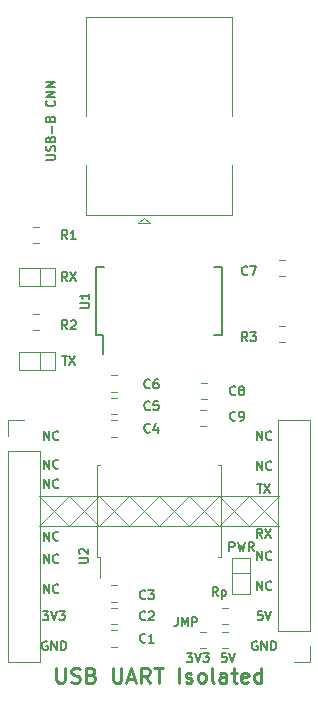
<source format=gbr>
G04 #@! TF.GenerationSoftware,KiCad,Pcbnew,(5.1.2)-2*
G04 #@! TF.CreationDate,2019-10-15T13:17:40+02:00*
G04 #@! TF.ProjectId,USB_UART_Iolated,5553425f-5541-4525-945f-496f6c617465,rev?*
G04 #@! TF.SameCoordinates,Original*
G04 #@! TF.FileFunction,Legend,Top*
G04 #@! TF.FilePolarity,Positive*
%FSLAX46Y46*%
G04 Gerber Fmt 4.6, Leading zero omitted, Abs format (unit mm)*
G04 Created by KiCad (PCBNEW (5.1.2)-2) date 2019-10-15 13:17:40*
%MOMM*%
%LPD*%
G04 APERTURE LIST*
%ADD10C,0.150000*%
%ADD11C,0.254000*%
%ADD12C,0.120000*%
%ADD13C,0.080000*%
%ADD14C,0.152400*%
G04 APERTURE END LIST*
D10*
X145396857Y-123788714D02*
X145034000Y-123788714D01*
X144997714Y-124151571D01*
X145034000Y-124115285D01*
X145106571Y-124079000D01*
X145288000Y-124079000D01*
X145360571Y-124115285D01*
X145396857Y-124151571D01*
X145433142Y-124224142D01*
X145433142Y-124405571D01*
X145396857Y-124478142D01*
X145360571Y-124514428D01*
X145288000Y-124550714D01*
X145106571Y-124550714D01*
X145034000Y-124514428D01*
X144997714Y-124478142D01*
X145650857Y-123788714D02*
X145904857Y-124550714D01*
X146158857Y-123788714D01*
X142058571Y-123788714D02*
X142530285Y-123788714D01*
X142276285Y-124079000D01*
X142385142Y-124079000D01*
X142457714Y-124115285D01*
X142494000Y-124151571D01*
X142530285Y-124224142D01*
X142530285Y-124405571D01*
X142494000Y-124478142D01*
X142457714Y-124514428D01*
X142385142Y-124550714D01*
X142167428Y-124550714D01*
X142094857Y-124514428D01*
X142058571Y-124478142D01*
X142748000Y-123788714D02*
X143002000Y-124550714D01*
X143256000Y-123788714D01*
X143437428Y-123788714D02*
X143909142Y-123788714D01*
X143655142Y-124079000D01*
X143764000Y-124079000D01*
X143836571Y-124115285D01*
X143872857Y-124151571D01*
X143909142Y-124224142D01*
X143909142Y-124405571D01*
X143872857Y-124478142D01*
X143836571Y-124514428D01*
X143764000Y-124550714D01*
X143546285Y-124550714D01*
X143473714Y-124514428D01*
X143437428Y-124478142D01*
X148009428Y-109437714D02*
X148444857Y-109437714D01*
X148227142Y-110199714D02*
X148227142Y-109437714D01*
X148626285Y-109437714D02*
X149134285Y-110199714D01*
X149134285Y-109437714D02*
X148626285Y-110199714D01*
X148463000Y-114009714D02*
X148209000Y-113646857D01*
X148027571Y-114009714D02*
X148027571Y-113247714D01*
X148317857Y-113247714D01*
X148390428Y-113284000D01*
X148426714Y-113320285D01*
X148463000Y-113392857D01*
X148463000Y-113501714D01*
X148426714Y-113574285D01*
X148390428Y-113610571D01*
X148317857Y-113646857D01*
X148027571Y-113646857D01*
X148717000Y-113247714D02*
X149225000Y-114009714D01*
X149225000Y-113247714D02*
X148717000Y-114009714D01*
X147991285Y-105754714D02*
X147991285Y-104992714D01*
X148426714Y-105754714D01*
X148426714Y-104992714D01*
X149225000Y-105682142D02*
X149188714Y-105718428D01*
X149079857Y-105754714D01*
X149007285Y-105754714D01*
X148898428Y-105718428D01*
X148825857Y-105645857D01*
X148789571Y-105573285D01*
X148753285Y-105428142D01*
X148753285Y-105319285D01*
X148789571Y-105174142D01*
X148825857Y-105101571D01*
X148898428Y-105029000D01*
X149007285Y-104992714D01*
X149079857Y-104992714D01*
X149188714Y-105029000D01*
X149225000Y-105065285D01*
X147991285Y-108294714D02*
X147991285Y-107532714D01*
X148426714Y-108294714D01*
X148426714Y-107532714D01*
X149225000Y-108222142D02*
X149188714Y-108258428D01*
X149079857Y-108294714D01*
X149007285Y-108294714D01*
X148898428Y-108258428D01*
X148825857Y-108185857D01*
X148789571Y-108113285D01*
X148753285Y-107968142D01*
X148753285Y-107859285D01*
X148789571Y-107714142D01*
X148825857Y-107641571D01*
X148898428Y-107569000D01*
X149007285Y-107532714D01*
X149079857Y-107532714D01*
X149188714Y-107569000D01*
X149225000Y-107605285D01*
X147991285Y-115914714D02*
X147991285Y-115152714D01*
X148426714Y-115914714D01*
X148426714Y-115152714D01*
X149225000Y-115842142D02*
X149188714Y-115878428D01*
X149079857Y-115914714D01*
X149007285Y-115914714D01*
X148898428Y-115878428D01*
X148825857Y-115805857D01*
X148789571Y-115733285D01*
X148753285Y-115588142D01*
X148753285Y-115479285D01*
X148789571Y-115334142D01*
X148825857Y-115261571D01*
X148898428Y-115189000D01*
X149007285Y-115152714D01*
X149079857Y-115152714D01*
X149188714Y-115189000D01*
X149225000Y-115225285D01*
X147991285Y-118454714D02*
X147991285Y-117692714D01*
X148426714Y-118454714D01*
X148426714Y-117692714D01*
X149225000Y-118382142D02*
X149188714Y-118418428D01*
X149079857Y-118454714D01*
X149007285Y-118454714D01*
X148898428Y-118418428D01*
X148825857Y-118345857D01*
X148789571Y-118273285D01*
X148753285Y-118128142D01*
X148753285Y-118019285D01*
X148789571Y-117874142D01*
X148825857Y-117801571D01*
X148898428Y-117729000D01*
X149007285Y-117692714D01*
X149079857Y-117692714D01*
X149188714Y-117729000D01*
X149225000Y-117765285D01*
X129957285Y-105754714D02*
X129957285Y-104992714D01*
X130392714Y-105754714D01*
X130392714Y-104992714D01*
X131191000Y-105682142D02*
X131154714Y-105718428D01*
X131045857Y-105754714D01*
X130973285Y-105754714D01*
X130864428Y-105718428D01*
X130791857Y-105645857D01*
X130755571Y-105573285D01*
X130719285Y-105428142D01*
X130719285Y-105319285D01*
X130755571Y-105174142D01*
X130791857Y-105101571D01*
X130864428Y-105029000D01*
X130973285Y-104992714D01*
X131045857Y-104992714D01*
X131154714Y-105029000D01*
X131191000Y-105065285D01*
X129957285Y-108167714D02*
X129957285Y-107405714D01*
X130392714Y-108167714D01*
X130392714Y-107405714D01*
X131191000Y-108095142D02*
X131154714Y-108131428D01*
X131045857Y-108167714D01*
X130973285Y-108167714D01*
X130864428Y-108131428D01*
X130791857Y-108058857D01*
X130755571Y-107986285D01*
X130719285Y-107841142D01*
X130719285Y-107732285D01*
X130755571Y-107587142D01*
X130791857Y-107514571D01*
X130864428Y-107442000D01*
X130973285Y-107405714D01*
X131045857Y-107405714D01*
X131154714Y-107442000D01*
X131191000Y-107478285D01*
X129957285Y-109818714D02*
X129957285Y-109056714D01*
X130392714Y-109818714D01*
X130392714Y-109056714D01*
X131191000Y-109746142D02*
X131154714Y-109782428D01*
X131045857Y-109818714D01*
X130973285Y-109818714D01*
X130864428Y-109782428D01*
X130791857Y-109709857D01*
X130755571Y-109637285D01*
X130719285Y-109492142D01*
X130719285Y-109383285D01*
X130755571Y-109238142D01*
X130791857Y-109165571D01*
X130864428Y-109093000D01*
X130973285Y-109056714D01*
X131045857Y-109056714D01*
X131154714Y-109093000D01*
X131191000Y-109129285D01*
X129957285Y-114263714D02*
X129957285Y-113501714D01*
X130392714Y-114263714D01*
X130392714Y-113501714D01*
X131191000Y-114191142D02*
X131154714Y-114227428D01*
X131045857Y-114263714D01*
X130973285Y-114263714D01*
X130864428Y-114227428D01*
X130791857Y-114154857D01*
X130755571Y-114082285D01*
X130719285Y-113937142D01*
X130719285Y-113828285D01*
X130755571Y-113683142D01*
X130791857Y-113610571D01*
X130864428Y-113538000D01*
X130973285Y-113501714D01*
X131045857Y-113501714D01*
X131154714Y-113538000D01*
X131191000Y-113574285D01*
X129957285Y-116168714D02*
X129957285Y-115406714D01*
X130392714Y-116168714D01*
X130392714Y-115406714D01*
X131191000Y-116096142D02*
X131154714Y-116132428D01*
X131045857Y-116168714D01*
X130973285Y-116168714D01*
X130864428Y-116132428D01*
X130791857Y-116059857D01*
X130755571Y-115987285D01*
X130719285Y-115842142D01*
X130719285Y-115733285D01*
X130755571Y-115588142D01*
X130791857Y-115515571D01*
X130864428Y-115443000D01*
X130973285Y-115406714D01*
X131045857Y-115406714D01*
X131154714Y-115443000D01*
X131191000Y-115479285D01*
X129957285Y-118708714D02*
X129957285Y-117946714D01*
X130392714Y-118708714D01*
X130392714Y-117946714D01*
X131191000Y-118636142D02*
X131154714Y-118672428D01*
X131045857Y-118708714D01*
X130973285Y-118708714D01*
X130864428Y-118672428D01*
X130791857Y-118599857D01*
X130755571Y-118527285D01*
X130719285Y-118382142D01*
X130719285Y-118273285D01*
X130755571Y-118128142D01*
X130791857Y-118055571D01*
X130864428Y-117983000D01*
X130973285Y-117946714D01*
X131045857Y-117946714D01*
X131154714Y-117983000D01*
X131191000Y-118019285D01*
D11*
X131021666Y-125034523D02*
X131021666Y-126062619D01*
X131082142Y-126183571D01*
X131142619Y-126244047D01*
X131263571Y-126304523D01*
X131505476Y-126304523D01*
X131626428Y-126244047D01*
X131686904Y-126183571D01*
X131747380Y-126062619D01*
X131747380Y-125034523D01*
X132291666Y-126244047D02*
X132473095Y-126304523D01*
X132775476Y-126304523D01*
X132896428Y-126244047D01*
X132956904Y-126183571D01*
X133017380Y-126062619D01*
X133017380Y-125941666D01*
X132956904Y-125820714D01*
X132896428Y-125760238D01*
X132775476Y-125699761D01*
X132533571Y-125639285D01*
X132412619Y-125578809D01*
X132352142Y-125518333D01*
X132291666Y-125397380D01*
X132291666Y-125276428D01*
X132352142Y-125155476D01*
X132412619Y-125095000D01*
X132533571Y-125034523D01*
X132835952Y-125034523D01*
X133017380Y-125095000D01*
X133985000Y-125639285D02*
X134166428Y-125699761D01*
X134226904Y-125760238D01*
X134287380Y-125881190D01*
X134287380Y-126062619D01*
X134226904Y-126183571D01*
X134166428Y-126244047D01*
X134045476Y-126304523D01*
X133561666Y-126304523D01*
X133561666Y-125034523D01*
X133985000Y-125034523D01*
X134105952Y-125095000D01*
X134166428Y-125155476D01*
X134226904Y-125276428D01*
X134226904Y-125397380D01*
X134166428Y-125518333D01*
X134105952Y-125578809D01*
X133985000Y-125639285D01*
X133561666Y-125639285D01*
X135799285Y-125034523D02*
X135799285Y-126062619D01*
X135859761Y-126183571D01*
X135920238Y-126244047D01*
X136041190Y-126304523D01*
X136283095Y-126304523D01*
X136404047Y-126244047D01*
X136464523Y-126183571D01*
X136525000Y-126062619D01*
X136525000Y-125034523D01*
X137069285Y-125941666D02*
X137674047Y-125941666D01*
X136948333Y-126304523D02*
X137371666Y-125034523D01*
X137795000Y-126304523D01*
X138944047Y-126304523D02*
X138520714Y-125699761D01*
X138218333Y-126304523D02*
X138218333Y-125034523D01*
X138702142Y-125034523D01*
X138823095Y-125095000D01*
X138883571Y-125155476D01*
X138944047Y-125276428D01*
X138944047Y-125457857D01*
X138883571Y-125578809D01*
X138823095Y-125639285D01*
X138702142Y-125699761D01*
X138218333Y-125699761D01*
X139306904Y-125034523D02*
X140032619Y-125034523D01*
X139669761Y-126304523D02*
X139669761Y-125034523D01*
X141423571Y-126304523D02*
X141423571Y-125034523D01*
X141967857Y-126244047D02*
X142088809Y-126304523D01*
X142330714Y-126304523D01*
X142451666Y-126244047D01*
X142512142Y-126123095D01*
X142512142Y-126062619D01*
X142451666Y-125941666D01*
X142330714Y-125881190D01*
X142149285Y-125881190D01*
X142028333Y-125820714D01*
X141967857Y-125699761D01*
X141967857Y-125639285D01*
X142028333Y-125518333D01*
X142149285Y-125457857D01*
X142330714Y-125457857D01*
X142451666Y-125518333D01*
X143237857Y-126304523D02*
X143116904Y-126244047D01*
X143056428Y-126183571D01*
X142995952Y-126062619D01*
X142995952Y-125699761D01*
X143056428Y-125578809D01*
X143116904Y-125518333D01*
X143237857Y-125457857D01*
X143419285Y-125457857D01*
X143540238Y-125518333D01*
X143600714Y-125578809D01*
X143661190Y-125699761D01*
X143661190Y-126062619D01*
X143600714Y-126183571D01*
X143540238Y-126244047D01*
X143419285Y-126304523D01*
X143237857Y-126304523D01*
X144386904Y-126304523D02*
X144265952Y-126244047D01*
X144205476Y-126123095D01*
X144205476Y-125034523D01*
X145415000Y-126304523D02*
X145415000Y-125639285D01*
X145354523Y-125518333D01*
X145233571Y-125457857D01*
X144991666Y-125457857D01*
X144870714Y-125518333D01*
X145415000Y-126244047D02*
X145294047Y-126304523D01*
X144991666Y-126304523D01*
X144870714Y-126244047D01*
X144810238Y-126123095D01*
X144810238Y-126002142D01*
X144870714Y-125881190D01*
X144991666Y-125820714D01*
X145294047Y-125820714D01*
X145415000Y-125760238D01*
X145838333Y-125457857D02*
X146322142Y-125457857D01*
X146019761Y-125034523D02*
X146019761Y-126123095D01*
X146080238Y-126244047D01*
X146201190Y-126304523D01*
X146322142Y-126304523D01*
X147229285Y-126244047D02*
X147108333Y-126304523D01*
X146866428Y-126304523D01*
X146745476Y-126244047D01*
X146685000Y-126123095D01*
X146685000Y-125639285D01*
X146745476Y-125518333D01*
X146866428Y-125457857D01*
X147108333Y-125457857D01*
X147229285Y-125518333D01*
X147289761Y-125639285D01*
X147289761Y-125760238D01*
X146685000Y-125881190D01*
X148378333Y-126304523D02*
X148378333Y-125034523D01*
X148378333Y-126244047D02*
X148257380Y-126304523D01*
X148015476Y-126304523D01*
X147894523Y-126244047D01*
X147834047Y-126183571D01*
X147773571Y-126062619D01*
X147773571Y-125699761D01*
X147834047Y-125578809D01*
X147894523Y-125518333D01*
X148015476Y-125457857D01*
X148257380Y-125457857D01*
X148378333Y-125518333D01*
D10*
X148009428Y-122809000D02*
X147936857Y-122772714D01*
X147828000Y-122772714D01*
X147719142Y-122809000D01*
X147646571Y-122881571D01*
X147610285Y-122954142D01*
X147574000Y-123099285D01*
X147574000Y-123208142D01*
X147610285Y-123353285D01*
X147646571Y-123425857D01*
X147719142Y-123498428D01*
X147828000Y-123534714D01*
X147900571Y-123534714D01*
X148009428Y-123498428D01*
X148045714Y-123462142D01*
X148045714Y-123208142D01*
X147900571Y-123208142D01*
X148372285Y-123534714D02*
X148372285Y-122772714D01*
X148807714Y-123534714D01*
X148807714Y-122772714D01*
X149170571Y-123534714D02*
X149170571Y-122772714D01*
X149352000Y-122772714D01*
X149460857Y-122809000D01*
X149533428Y-122881571D01*
X149569714Y-122954142D01*
X149606000Y-123099285D01*
X149606000Y-123208142D01*
X149569714Y-123353285D01*
X149533428Y-123425857D01*
X149460857Y-123498428D01*
X149352000Y-123534714D01*
X149170571Y-123534714D01*
X130229428Y-122809000D02*
X130156857Y-122772714D01*
X130048000Y-122772714D01*
X129939142Y-122809000D01*
X129866571Y-122881571D01*
X129830285Y-122954142D01*
X129794000Y-123099285D01*
X129794000Y-123208142D01*
X129830285Y-123353285D01*
X129866571Y-123425857D01*
X129939142Y-123498428D01*
X130048000Y-123534714D01*
X130120571Y-123534714D01*
X130229428Y-123498428D01*
X130265714Y-123462142D01*
X130265714Y-123208142D01*
X130120571Y-123208142D01*
X130592285Y-123534714D02*
X130592285Y-122772714D01*
X131027714Y-123534714D01*
X131027714Y-122772714D01*
X131390571Y-123534714D02*
X131390571Y-122772714D01*
X131572000Y-122772714D01*
X131680857Y-122809000D01*
X131753428Y-122881571D01*
X131789714Y-122954142D01*
X131826000Y-123099285D01*
X131826000Y-123208142D01*
X131789714Y-123353285D01*
X131753428Y-123425857D01*
X131680857Y-123498428D01*
X131572000Y-123534714D01*
X131390571Y-123534714D01*
X148444857Y-120232714D02*
X148082000Y-120232714D01*
X148045714Y-120595571D01*
X148082000Y-120559285D01*
X148154571Y-120523000D01*
X148336000Y-120523000D01*
X148408571Y-120559285D01*
X148444857Y-120595571D01*
X148481142Y-120668142D01*
X148481142Y-120849571D01*
X148444857Y-120922142D01*
X148408571Y-120958428D01*
X148336000Y-120994714D01*
X148154571Y-120994714D01*
X148082000Y-120958428D01*
X148045714Y-120922142D01*
X148698857Y-120232714D02*
X148952857Y-120994714D01*
X149206857Y-120232714D01*
X129866571Y-120232714D02*
X130338285Y-120232714D01*
X130084285Y-120523000D01*
X130193142Y-120523000D01*
X130265714Y-120559285D01*
X130302000Y-120595571D01*
X130338285Y-120668142D01*
X130338285Y-120849571D01*
X130302000Y-120922142D01*
X130265714Y-120958428D01*
X130193142Y-120994714D01*
X129975428Y-120994714D01*
X129902857Y-120958428D01*
X129866571Y-120922142D01*
X130556000Y-120232714D02*
X130810000Y-120994714D01*
X131064000Y-120232714D01*
X131245428Y-120232714D02*
X131717142Y-120232714D01*
X131463142Y-120523000D01*
X131572000Y-120523000D01*
X131644571Y-120559285D01*
X131680857Y-120595571D01*
X131717142Y-120668142D01*
X131717142Y-120849571D01*
X131680857Y-120922142D01*
X131644571Y-120958428D01*
X131572000Y-120994714D01*
X131354285Y-120994714D01*
X131281714Y-120958428D01*
X131245428Y-120922142D01*
D12*
X147320000Y-113030000D02*
X149860000Y-110490000D01*
X144780000Y-110490000D02*
X147320000Y-113030000D01*
X142240000Y-113030000D02*
X144780000Y-110490000D01*
X139700000Y-110490000D02*
X142240000Y-113030000D01*
X137160000Y-113030000D02*
X139700000Y-110490000D01*
X134620000Y-110490000D02*
X137160000Y-113030000D01*
X132080000Y-113030000D02*
X134620000Y-110490000D01*
X129540000Y-110490000D02*
X132080000Y-113030000D01*
X147320000Y-110490000D02*
X149860000Y-113030000D01*
X144780000Y-113030000D02*
X147320000Y-110490000D01*
X142240000Y-110490000D02*
X144780000Y-113030000D01*
X139700000Y-113030000D02*
X142240000Y-110490000D01*
X137160000Y-110490000D02*
X139700000Y-113030000D01*
X134620000Y-113030000D02*
X137160000Y-110490000D01*
X132080000Y-110490000D02*
X134620000Y-113030000D01*
X129540000Y-113030000D02*
X132080000Y-110490000D01*
X129540000Y-113030000D02*
X149860000Y-113030000D01*
X129540000Y-110490000D02*
X149860000Y-110490000D01*
X134695000Y-115620000D02*
X134695000Y-117435000D01*
X134440000Y-115620000D02*
X134695000Y-115620000D01*
X134440000Y-111760000D02*
X134440000Y-115620000D01*
X134440000Y-107900000D02*
X134695000Y-107900000D01*
X134440000Y-111760000D02*
X134440000Y-107900000D01*
X144960000Y-115620000D02*
X144705000Y-115620000D01*
X144960000Y-111760000D02*
X144960000Y-115620000D01*
X144960000Y-111760000D02*
X144960000Y-107900000D01*
X144960000Y-107900000D02*
X144705000Y-107900000D01*
X135631422Y-123265000D02*
X136148578Y-123265000D01*
X135631422Y-121845000D02*
X136148578Y-121845000D01*
X135631422Y-119940000D02*
X136148578Y-119940000D01*
X135631422Y-121360000D02*
X136148578Y-121360000D01*
X135631422Y-119455000D02*
X136148578Y-119455000D01*
X135631422Y-118035000D02*
X136148578Y-118035000D01*
X135631422Y-104065000D02*
X136148578Y-104065000D01*
X135631422Y-105485000D02*
X136148578Y-105485000D01*
X135631422Y-103580000D02*
X136148578Y-103580000D01*
X135631422Y-102160000D02*
X136148578Y-102160000D01*
X135631422Y-100255000D02*
X136148578Y-100255000D01*
X135631422Y-101675000D02*
X136148578Y-101675000D01*
X149855422Y-90476000D02*
X150372578Y-90476000D01*
X149855422Y-91896000D02*
X150372578Y-91896000D01*
X143251422Y-102310000D02*
X143768578Y-102310000D01*
X143251422Y-100890000D02*
X143768578Y-100890000D01*
X143202922Y-103176000D02*
X143720078Y-103176000D01*
X143202922Y-104596000D02*
X143720078Y-104596000D01*
X126940000Y-124520000D02*
X129600000Y-124520000D01*
X126940000Y-106680000D02*
X126940000Y-124520000D01*
X129600000Y-106680000D02*
X129600000Y-124520000D01*
X126940000Y-106680000D02*
X129600000Y-106680000D01*
X126940000Y-105410000D02*
X126940000Y-104080000D01*
X126940000Y-104080000D02*
X128270000Y-104080000D01*
X152460000Y-124520000D02*
X151130000Y-124520000D01*
X152460000Y-123190000D02*
X152460000Y-124520000D01*
X152460000Y-121920000D02*
X149800000Y-121920000D01*
X149800000Y-121920000D02*
X149800000Y-104080000D01*
X152460000Y-121920000D02*
X152460000Y-104080000D01*
X152460000Y-104080000D02*
X149800000Y-104080000D01*
X138430000Y-86910000D02*
X137930000Y-87410000D01*
X133520000Y-78330000D02*
X133520000Y-69970000D01*
X145840000Y-69970000D02*
X145840000Y-78330000D01*
X145840000Y-86690000D02*
X145840000Y-82430000D01*
X133520000Y-69970000D02*
X145840000Y-69970000D01*
X137930000Y-87410000D02*
X138930000Y-87410000D01*
X133520000Y-82430000D02*
X133520000Y-86690000D01*
X138930000Y-87410000D02*
X138430000Y-86910000D01*
X133520000Y-86690000D02*
X145840000Y-86690000D01*
X145546578Y-121972000D02*
X145029422Y-121972000D01*
X145546578Y-123392000D02*
X145029422Y-123392000D01*
X143679678Y-121972000D02*
X143162522Y-121972000D01*
X143679678Y-123392000D02*
X143162522Y-123392000D01*
X129544578Y-87682000D02*
X129027422Y-87682000D01*
X129544578Y-89102000D02*
X129027422Y-89102000D01*
X129544578Y-96468000D02*
X129027422Y-96468000D01*
X129544578Y-95048000D02*
X129027422Y-95048000D01*
X149855422Y-96064000D02*
X150372578Y-96064000D01*
X149855422Y-97484000D02*
X150372578Y-97484000D01*
D13*
X129667000Y-91186000D02*
X129667000Y-92710000D01*
X127889000Y-92710000D02*
X127889000Y-91186000D01*
X130873500Y-92710000D02*
X127889000Y-92710000D01*
X130873500Y-91186000D02*
X130873500Y-92710000D01*
X127889000Y-91186000D02*
X130873500Y-91186000D01*
X127889000Y-98298000D02*
X130873500Y-98298000D01*
X130873500Y-98298000D02*
X130873500Y-99822000D01*
X130873500Y-99822000D02*
X127889000Y-99822000D01*
X127889000Y-99822000D02*
X127889000Y-98298000D01*
X129667000Y-98298000D02*
X129667000Y-99822000D01*
D10*
X134375000Y-96855000D02*
X134950000Y-96855000D01*
X134375000Y-91105000D02*
X135025000Y-91105000D01*
X145025000Y-91105000D02*
X144375000Y-91105000D01*
X145025000Y-96855000D02*
X144375000Y-96855000D01*
X134375000Y-96855000D02*
X134375000Y-91105000D01*
X145025000Y-96855000D02*
X145025000Y-91105000D01*
X134950000Y-96855000D02*
X134950000Y-98455000D01*
D13*
X145923000Y-118745000D02*
X145923000Y-115760500D01*
X145923000Y-115760500D02*
X147447000Y-115760500D01*
X147447000Y-115760500D02*
X147447000Y-118745000D01*
X147447000Y-118745000D02*
X145923000Y-118745000D01*
X145923000Y-116967000D02*
X147447000Y-116967000D01*
D12*
X145029422Y-119940000D02*
X145546578Y-119940000D01*
X145029422Y-121360000D02*
X145546578Y-121360000D01*
D10*
X132932714Y-116150571D02*
X133549571Y-116150571D01*
X133622142Y-116114285D01*
X133658428Y-116078000D01*
X133694714Y-116005428D01*
X133694714Y-115860285D01*
X133658428Y-115787714D01*
X133622142Y-115751428D01*
X133549571Y-115715142D01*
X132932714Y-115715142D01*
X133005285Y-115388571D02*
X132969000Y-115352285D01*
X132932714Y-115279714D01*
X132932714Y-115098285D01*
X132969000Y-115025714D01*
X133005285Y-114989428D01*
X133077857Y-114953142D01*
X133150428Y-114953142D01*
X133259285Y-114989428D01*
X133694714Y-115424857D01*
X133694714Y-114953142D01*
X138557000Y-122827142D02*
X138520714Y-122863428D01*
X138411857Y-122899714D01*
X138339285Y-122899714D01*
X138230428Y-122863428D01*
X138157857Y-122790857D01*
X138121571Y-122718285D01*
X138085285Y-122573142D01*
X138085285Y-122464285D01*
X138121571Y-122319142D01*
X138157857Y-122246571D01*
X138230428Y-122174000D01*
X138339285Y-122137714D01*
X138411857Y-122137714D01*
X138520714Y-122174000D01*
X138557000Y-122210285D01*
X139282714Y-122899714D02*
X138847285Y-122899714D01*
X139065000Y-122899714D02*
X139065000Y-122137714D01*
X138992428Y-122246571D01*
X138919857Y-122319142D01*
X138847285Y-122355428D01*
X138557000Y-120922142D02*
X138520714Y-120958428D01*
X138411857Y-120994714D01*
X138339285Y-120994714D01*
X138230428Y-120958428D01*
X138157857Y-120885857D01*
X138121571Y-120813285D01*
X138085285Y-120668142D01*
X138085285Y-120559285D01*
X138121571Y-120414142D01*
X138157857Y-120341571D01*
X138230428Y-120269000D01*
X138339285Y-120232714D01*
X138411857Y-120232714D01*
X138520714Y-120269000D01*
X138557000Y-120305285D01*
X138847285Y-120305285D02*
X138883571Y-120269000D01*
X138956142Y-120232714D01*
X139137571Y-120232714D01*
X139210142Y-120269000D01*
X139246428Y-120305285D01*
X139282714Y-120377857D01*
X139282714Y-120450428D01*
X139246428Y-120559285D01*
X138811000Y-120994714D01*
X139282714Y-120994714D01*
X138557000Y-119144142D02*
X138520714Y-119180428D01*
X138411857Y-119216714D01*
X138339285Y-119216714D01*
X138230428Y-119180428D01*
X138157857Y-119107857D01*
X138121571Y-119035285D01*
X138085285Y-118890142D01*
X138085285Y-118781285D01*
X138121571Y-118636142D01*
X138157857Y-118563571D01*
X138230428Y-118491000D01*
X138339285Y-118454714D01*
X138411857Y-118454714D01*
X138520714Y-118491000D01*
X138557000Y-118527285D01*
X138811000Y-118454714D02*
X139282714Y-118454714D01*
X139028714Y-118745000D01*
X139137571Y-118745000D01*
X139210142Y-118781285D01*
X139246428Y-118817571D01*
X139282714Y-118890142D01*
X139282714Y-119071571D01*
X139246428Y-119144142D01*
X139210142Y-119180428D01*
X139137571Y-119216714D01*
X138919857Y-119216714D01*
X138847285Y-119180428D01*
X138811000Y-119144142D01*
X138938000Y-105047142D02*
X138901714Y-105083428D01*
X138792857Y-105119714D01*
X138720285Y-105119714D01*
X138611428Y-105083428D01*
X138538857Y-105010857D01*
X138502571Y-104938285D01*
X138466285Y-104793142D01*
X138466285Y-104684285D01*
X138502571Y-104539142D01*
X138538857Y-104466571D01*
X138611428Y-104394000D01*
X138720285Y-104357714D01*
X138792857Y-104357714D01*
X138901714Y-104394000D01*
X138938000Y-104430285D01*
X139591142Y-104611714D02*
X139591142Y-105119714D01*
X139409714Y-104321428D02*
X139228285Y-104865714D01*
X139700000Y-104865714D01*
X138938000Y-103142142D02*
X138901714Y-103178428D01*
X138792857Y-103214714D01*
X138720285Y-103214714D01*
X138611428Y-103178428D01*
X138538857Y-103105857D01*
X138502571Y-103033285D01*
X138466285Y-102888142D01*
X138466285Y-102779285D01*
X138502571Y-102634142D01*
X138538857Y-102561571D01*
X138611428Y-102489000D01*
X138720285Y-102452714D01*
X138792857Y-102452714D01*
X138901714Y-102489000D01*
X138938000Y-102525285D01*
X139627428Y-102452714D02*
X139264571Y-102452714D01*
X139228285Y-102815571D01*
X139264571Y-102779285D01*
X139337142Y-102743000D01*
X139518571Y-102743000D01*
X139591142Y-102779285D01*
X139627428Y-102815571D01*
X139663714Y-102888142D01*
X139663714Y-103069571D01*
X139627428Y-103142142D01*
X139591142Y-103178428D01*
X139518571Y-103214714D01*
X139337142Y-103214714D01*
X139264571Y-103178428D01*
X139228285Y-103142142D01*
X138938000Y-101312141D02*
X138901714Y-101348427D01*
X138792857Y-101384713D01*
X138720285Y-101384713D01*
X138611428Y-101348427D01*
X138538857Y-101275856D01*
X138502571Y-101203284D01*
X138466285Y-101058141D01*
X138466285Y-100949284D01*
X138502571Y-100804141D01*
X138538857Y-100731570D01*
X138611428Y-100658999D01*
X138720285Y-100622713D01*
X138792857Y-100622713D01*
X138901714Y-100658999D01*
X138938000Y-100695284D01*
X139591142Y-100622713D02*
X139446000Y-100622713D01*
X139373428Y-100658999D01*
X139337142Y-100695284D01*
X139264571Y-100804141D01*
X139228285Y-100949284D01*
X139228285Y-101239570D01*
X139264571Y-101312141D01*
X139300857Y-101348427D01*
X139373428Y-101384713D01*
X139518571Y-101384713D01*
X139591142Y-101348427D01*
X139627428Y-101312141D01*
X139663714Y-101239570D01*
X139663714Y-101058141D01*
X139627428Y-100985570D01*
X139591142Y-100949284D01*
X139518571Y-100912999D01*
X139373428Y-100912999D01*
X139300857Y-100949284D01*
X139264571Y-100985570D01*
X139228285Y-101058141D01*
X147193000Y-91712142D02*
X147156714Y-91748428D01*
X147047857Y-91784714D01*
X146975285Y-91784714D01*
X146866428Y-91748428D01*
X146793857Y-91675857D01*
X146757571Y-91603285D01*
X146721285Y-91458142D01*
X146721285Y-91349285D01*
X146757571Y-91204142D01*
X146793857Y-91131571D01*
X146866428Y-91059000D01*
X146975285Y-91022714D01*
X147047857Y-91022714D01*
X147156714Y-91059000D01*
X147193000Y-91095285D01*
X147447000Y-91022714D02*
X147955000Y-91022714D01*
X147628428Y-91784714D01*
X146177000Y-101872142D02*
X146140714Y-101908428D01*
X146031857Y-101944714D01*
X145959285Y-101944714D01*
X145850428Y-101908428D01*
X145777857Y-101835857D01*
X145741571Y-101763285D01*
X145705285Y-101618142D01*
X145705285Y-101509285D01*
X145741571Y-101364142D01*
X145777857Y-101291571D01*
X145850428Y-101219000D01*
X145959285Y-101182714D01*
X146031857Y-101182714D01*
X146140714Y-101219000D01*
X146177000Y-101255285D01*
X146612428Y-101509285D02*
X146539857Y-101473000D01*
X146503571Y-101436714D01*
X146467285Y-101364142D01*
X146467285Y-101327857D01*
X146503571Y-101255285D01*
X146539857Y-101219000D01*
X146612428Y-101182714D01*
X146757571Y-101182714D01*
X146830142Y-101219000D01*
X146866428Y-101255285D01*
X146902714Y-101327857D01*
X146902714Y-101364142D01*
X146866428Y-101436714D01*
X146830142Y-101473000D01*
X146757571Y-101509285D01*
X146612428Y-101509285D01*
X146539857Y-101545571D01*
X146503571Y-101581857D01*
X146467285Y-101654428D01*
X146467285Y-101799571D01*
X146503571Y-101872142D01*
X146539857Y-101908428D01*
X146612428Y-101944714D01*
X146757571Y-101944714D01*
X146830142Y-101908428D01*
X146866428Y-101872142D01*
X146902714Y-101799571D01*
X146902714Y-101654428D01*
X146866428Y-101581857D01*
X146830142Y-101545571D01*
X146757571Y-101509285D01*
X146177000Y-104031142D02*
X146140714Y-104067428D01*
X146031857Y-104103714D01*
X145959285Y-104103714D01*
X145850428Y-104067428D01*
X145777857Y-103994857D01*
X145741571Y-103922285D01*
X145705285Y-103777142D01*
X145705285Y-103668285D01*
X145741571Y-103523142D01*
X145777857Y-103450571D01*
X145850428Y-103378000D01*
X145959285Y-103341714D01*
X146031857Y-103341714D01*
X146140714Y-103378000D01*
X146177000Y-103414285D01*
X146539857Y-104103714D02*
X146685000Y-104103714D01*
X146757571Y-104067428D01*
X146793857Y-104031142D01*
X146866428Y-103922285D01*
X146902714Y-103777142D01*
X146902714Y-103486857D01*
X146866428Y-103414285D01*
X146830142Y-103378000D01*
X146757571Y-103341714D01*
X146612428Y-103341714D01*
X146539857Y-103378000D01*
X146503571Y-103414285D01*
X146467285Y-103486857D01*
X146467285Y-103668285D01*
X146503571Y-103740857D01*
X146539857Y-103777142D01*
X146612428Y-103813428D01*
X146757571Y-103813428D01*
X146830142Y-103777142D01*
X146866428Y-103740857D01*
X146902714Y-103668285D01*
X130138714Y-82023857D02*
X130755571Y-82023857D01*
X130828142Y-81987571D01*
X130864428Y-81951285D01*
X130900714Y-81878714D01*
X130900714Y-81733571D01*
X130864428Y-81661000D01*
X130828142Y-81624714D01*
X130755571Y-81588428D01*
X130138714Y-81588428D01*
X130864428Y-81261857D02*
X130900714Y-81153000D01*
X130900714Y-80971571D01*
X130864428Y-80899000D01*
X130828142Y-80862714D01*
X130755571Y-80826428D01*
X130683000Y-80826428D01*
X130610428Y-80862714D01*
X130574142Y-80899000D01*
X130537857Y-80971571D01*
X130501571Y-81116714D01*
X130465285Y-81189285D01*
X130429000Y-81225571D01*
X130356428Y-81261857D01*
X130283857Y-81261857D01*
X130211285Y-81225571D01*
X130175000Y-81189285D01*
X130138714Y-81116714D01*
X130138714Y-80935285D01*
X130175000Y-80826428D01*
X130501571Y-80245857D02*
X130537857Y-80137000D01*
X130574142Y-80100714D01*
X130646714Y-80064428D01*
X130755571Y-80064428D01*
X130828142Y-80100714D01*
X130864428Y-80137000D01*
X130900714Y-80209571D01*
X130900714Y-80499857D01*
X130138714Y-80499857D01*
X130138714Y-80245857D01*
X130175000Y-80173285D01*
X130211285Y-80137000D01*
X130283857Y-80100714D01*
X130356428Y-80100714D01*
X130429000Y-80137000D01*
X130465285Y-80173285D01*
X130501571Y-80245857D01*
X130501571Y-80499857D01*
X130610428Y-79737857D02*
X130610428Y-79157285D01*
X130501571Y-78540428D02*
X130537857Y-78431571D01*
X130574142Y-78395285D01*
X130646714Y-78359000D01*
X130755571Y-78359000D01*
X130828142Y-78395285D01*
X130864428Y-78431571D01*
X130900714Y-78504142D01*
X130900714Y-78794428D01*
X130138714Y-78794428D01*
X130138714Y-78540428D01*
X130175000Y-78467857D01*
X130211285Y-78431571D01*
X130283857Y-78395285D01*
X130356428Y-78395285D01*
X130429000Y-78431571D01*
X130465285Y-78467857D01*
X130501571Y-78540428D01*
X130501571Y-78794428D01*
X130828142Y-77016428D02*
X130864428Y-77052714D01*
X130900714Y-77161571D01*
X130900714Y-77234142D01*
X130864428Y-77343000D01*
X130791857Y-77415571D01*
X130719285Y-77451857D01*
X130574142Y-77488142D01*
X130465285Y-77488142D01*
X130320142Y-77451857D01*
X130247571Y-77415571D01*
X130175000Y-77343000D01*
X130138714Y-77234142D01*
X130138714Y-77161571D01*
X130175000Y-77052714D01*
X130211285Y-77016428D01*
X130900714Y-76689857D02*
X130138714Y-76689857D01*
X130900714Y-76254428D01*
X130138714Y-76254428D01*
X130900714Y-75891571D02*
X130138714Y-75891571D01*
X130900714Y-75456142D01*
X130138714Y-75456142D01*
X141278428Y-120740714D02*
X141278428Y-121285000D01*
X141242142Y-121393857D01*
X141169571Y-121466428D01*
X141060714Y-121502714D01*
X140988142Y-121502714D01*
X141641285Y-121502714D02*
X141641285Y-120740714D01*
X141895285Y-121285000D01*
X142149285Y-120740714D01*
X142149285Y-121502714D01*
X142512142Y-121502714D02*
X142512142Y-120740714D01*
X142802428Y-120740714D01*
X142875000Y-120777000D01*
X142911285Y-120813285D01*
X142947571Y-120885857D01*
X142947571Y-120994714D01*
X142911285Y-121067285D01*
X142875000Y-121103571D01*
X142802428Y-121139857D01*
X142512142Y-121139857D01*
X131953000Y-88736714D02*
X131699000Y-88373857D01*
X131517571Y-88736714D02*
X131517571Y-87974714D01*
X131807857Y-87974714D01*
X131880428Y-88011000D01*
X131916714Y-88047285D01*
X131953000Y-88119857D01*
X131953000Y-88228714D01*
X131916714Y-88301285D01*
X131880428Y-88337571D01*
X131807857Y-88373857D01*
X131517571Y-88373857D01*
X132678714Y-88736714D02*
X132243285Y-88736714D01*
X132461000Y-88736714D02*
X132461000Y-87974714D01*
X132388428Y-88083571D01*
X132315857Y-88156142D01*
X132243285Y-88192428D01*
X131953000Y-96356714D02*
X131699000Y-95993857D01*
X131517571Y-96356714D02*
X131517571Y-95594714D01*
X131807857Y-95594714D01*
X131880428Y-95631000D01*
X131916714Y-95667285D01*
X131953000Y-95739857D01*
X131953000Y-95848714D01*
X131916714Y-95921285D01*
X131880428Y-95957571D01*
X131807857Y-95993857D01*
X131517571Y-95993857D01*
X132243285Y-95667285D02*
X132279571Y-95631000D01*
X132352142Y-95594714D01*
X132533571Y-95594714D01*
X132606142Y-95631000D01*
X132642428Y-95667285D01*
X132678714Y-95739857D01*
X132678714Y-95812428D01*
X132642428Y-95921285D01*
X132207000Y-96356714D01*
X132678714Y-96356714D01*
X147193000Y-97372714D02*
X146939000Y-97009857D01*
X146757571Y-97372714D02*
X146757571Y-96610714D01*
X147047857Y-96610714D01*
X147120428Y-96647000D01*
X147156714Y-96683285D01*
X147193000Y-96755857D01*
X147193000Y-96864714D01*
X147156714Y-96937285D01*
X147120428Y-96973571D01*
X147047857Y-97009857D01*
X146757571Y-97009857D01*
X147447000Y-96610714D02*
X147918714Y-96610714D01*
X147664714Y-96901000D01*
X147773571Y-96901000D01*
X147846142Y-96937285D01*
X147882428Y-96973571D01*
X147918714Y-97046142D01*
X147918714Y-97227571D01*
X147882428Y-97300142D01*
X147846142Y-97336428D01*
X147773571Y-97372714D01*
X147555857Y-97372714D01*
X147483285Y-97336428D01*
X147447000Y-97300142D01*
D14*
X131953000Y-92292714D02*
X131699000Y-91929857D01*
X131517571Y-92292714D02*
X131517571Y-91530714D01*
X131807857Y-91530714D01*
X131880428Y-91567000D01*
X131916714Y-91603285D01*
X131953000Y-91675857D01*
X131953000Y-91784714D01*
X131916714Y-91857285D01*
X131880428Y-91893571D01*
X131807857Y-91929857D01*
X131517571Y-91929857D01*
X132207000Y-91530714D02*
X132715000Y-92292714D01*
X132715000Y-91530714D02*
X132207000Y-92292714D01*
X131499428Y-98642714D02*
X131934857Y-98642714D01*
X131717142Y-99404714D02*
X131717142Y-98642714D01*
X132116285Y-98642714D02*
X132624285Y-99404714D01*
X132624285Y-98642714D02*
X132116285Y-99404714D01*
D10*
X133032714Y-94560571D02*
X133649571Y-94560571D01*
X133722142Y-94524285D01*
X133758428Y-94488000D01*
X133794714Y-94415428D01*
X133794714Y-94270285D01*
X133758428Y-94197714D01*
X133722142Y-94161428D01*
X133649571Y-94125142D01*
X133032714Y-94125142D01*
X133794714Y-93363142D02*
X133794714Y-93798571D01*
X133794714Y-93580857D02*
X133032714Y-93580857D01*
X133141571Y-93653428D01*
X133214142Y-93726000D01*
X133250428Y-93798571D01*
D14*
X145669000Y-115152714D02*
X145669000Y-114390714D01*
X145959285Y-114390714D01*
X146031857Y-114427000D01*
X146068142Y-114463285D01*
X146104428Y-114535857D01*
X146104428Y-114644714D01*
X146068142Y-114717285D01*
X146031857Y-114753571D01*
X145959285Y-114789857D01*
X145669000Y-114789857D01*
X146358428Y-114390714D02*
X146539857Y-115152714D01*
X146685000Y-114608428D01*
X146830142Y-115152714D01*
X147011571Y-114390714D01*
X147737285Y-115152714D02*
X147483285Y-114789857D01*
X147301857Y-115152714D02*
X147301857Y-114390714D01*
X147592142Y-114390714D01*
X147664714Y-114427000D01*
X147701000Y-114463285D01*
X147737285Y-114535857D01*
X147737285Y-114644714D01*
X147701000Y-114717285D01*
X147664714Y-114753571D01*
X147592142Y-114789857D01*
X147301857Y-114789857D01*
D10*
X144671142Y-118962714D02*
X144417142Y-118599857D01*
X144235714Y-118962714D02*
X144235714Y-118200714D01*
X144526000Y-118200714D01*
X144598571Y-118237000D01*
X144634857Y-118273285D01*
X144671142Y-118345857D01*
X144671142Y-118454714D01*
X144634857Y-118527285D01*
X144598571Y-118563571D01*
X144526000Y-118599857D01*
X144235714Y-118599857D01*
X144997714Y-118454714D02*
X144997714Y-119216714D01*
X144997714Y-118491000D02*
X145070285Y-118454714D01*
X145215428Y-118454714D01*
X145288000Y-118491000D01*
X145324285Y-118527285D01*
X145360571Y-118599857D01*
X145360571Y-118817571D01*
X145324285Y-118890142D01*
X145288000Y-118926428D01*
X145215428Y-118962714D01*
X145070285Y-118962714D01*
X144997714Y-118926428D01*
M02*

</source>
